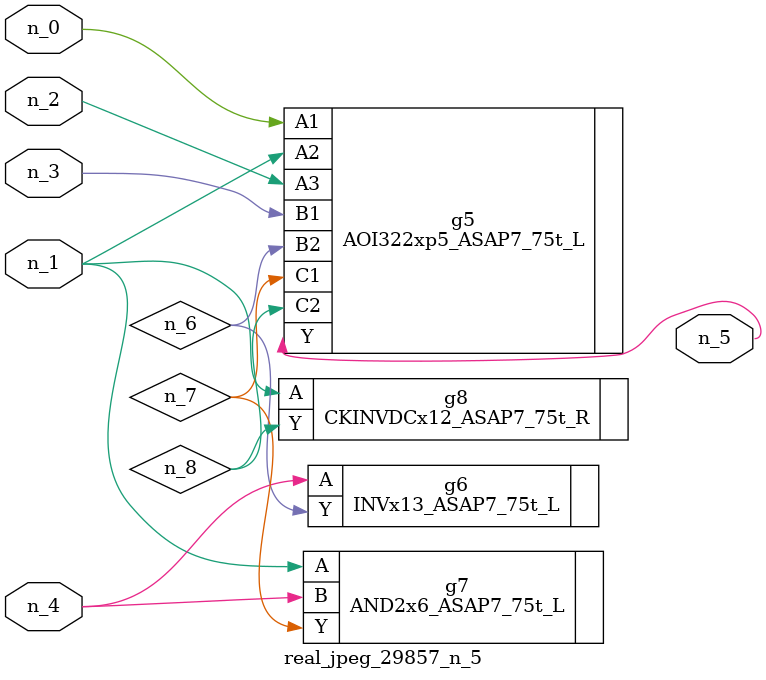
<source format=v>
module real_jpeg_29857_n_5 (n_4, n_0, n_1, n_2, n_3, n_5);

input n_4;
input n_0;
input n_1;
input n_2;
input n_3;

output n_5;

wire n_8;
wire n_6;
wire n_7;

AOI322xp5_ASAP7_75t_L g5 ( 
.A1(n_0),
.A2(n_1),
.A3(n_2),
.B1(n_3),
.B2(n_6),
.C1(n_7),
.C2(n_8),
.Y(n_5)
);

AND2x6_ASAP7_75t_L g7 ( 
.A(n_1),
.B(n_4),
.Y(n_7)
);

CKINVDCx12_ASAP7_75t_R g8 ( 
.A(n_1),
.Y(n_8)
);

INVx13_ASAP7_75t_L g6 ( 
.A(n_4),
.Y(n_6)
);


endmodule
</source>
